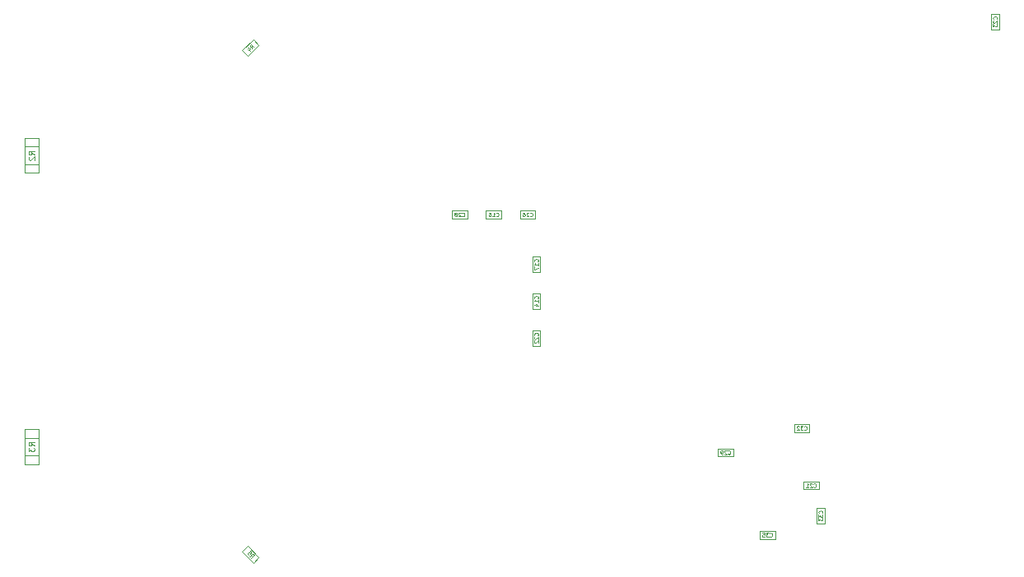
<source format=gbr>
G04 #@! TF.GenerationSoftware,KiCad,Pcbnew,(5.1.9)-1*
G04 #@! TF.CreationDate,2021-04-27T21:59:47-05:00*
G04 #@! TF.ProjectId,high-gain-diff-probe,68696768-2d67-4616-996e-2d646966662d,rev?*
G04 #@! TF.SameCoordinates,Original*
G04 #@! TF.FileFunction,Other,Fab,Bot*
%FSLAX46Y46*%
G04 Gerber Fmt 4.6, Leading zero omitted, Abs format (unit mm)*
G04 Created by KiCad (PCBNEW (5.1.9)-1) date 2021-04-27 21:59:47*
%MOMM*%
%LPD*%
G01*
G04 APERTURE LIST*
%ADD10C,0.120000*%
%ADD11C,0.100000*%
%ADD12C,0.060000*%
G04 APERTURE END LIST*
D10*
X106200000Y-114100000D02*
X107600000Y-114100000D01*
X107600000Y-115900000D02*
X106200000Y-115900000D01*
X107600000Y-116800000D02*
X106200000Y-116800000D01*
X106200000Y-116800000D02*
X106200000Y-113200000D01*
X106200000Y-113200000D02*
X107600000Y-113200000D01*
X107600000Y-113200000D02*
X107600000Y-116800000D01*
X107600000Y-85900000D02*
X106200000Y-85900000D01*
X106200000Y-84100000D02*
X107600000Y-84100000D01*
X106200000Y-83200000D02*
X107600000Y-83200000D01*
X107600000Y-83200000D02*
X107600000Y-86800000D01*
X107600000Y-86800000D02*
X106200000Y-86800000D01*
X106200000Y-86800000D02*
X106200000Y-83200000D01*
D11*
X183350000Y-124500000D02*
X183350000Y-123700000D01*
X183350000Y-123700000D02*
X181750000Y-123700000D01*
X181750000Y-123700000D02*
X181750000Y-124500000D01*
X181750000Y-124500000D02*
X183350000Y-124500000D01*
X188450000Y-121300000D02*
X187650000Y-121300000D01*
X187650000Y-121300000D02*
X187650000Y-122900000D01*
X187650000Y-122900000D02*
X188450000Y-122900000D01*
X188450000Y-122900000D02*
X188450000Y-121300000D01*
X185300000Y-112700000D02*
X185300000Y-113500000D01*
X185300000Y-113500000D02*
X186900000Y-113500000D01*
X186900000Y-113500000D02*
X186900000Y-112700000D01*
X186900000Y-112700000D02*
X185300000Y-112700000D01*
X179050000Y-116000000D02*
X179050000Y-115200000D01*
X179050000Y-115200000D02*
X177450000Y-115200000D01*
X177450000Y-115200000D02*
X177450000Y-116000000D01*
X177450000Y-116000000D02*
X179050000Y-116000000D01*
X150100000Y-90700000D02*
X150100000Y-91500000D01*
X150100000Y-91500000D02*
X151700000Y-91500000D01*
X151700000Y-91500000D02*
X151700000Y-90700000D01*
X151700000Y-90700000D02*
X150100000Y-90700000D01*
X157100000Y-90700000D02*
X157100000Y-91500000D01*
X157100000Y-91500000D02*
X158700000Y-91500000D01*
X158700000Y-91500000D02*
X158700000Y-90700000D01*
X158700000Y-90700000D02*
X157100000Y-90700000D01*
X206400000Y-70400000D02*
X205600000Y-70400000D01*
X205600000Y-70400000D02*
X205600000Y-72000000D01*
X205600000Y-72000000D02*
X206400000Y-72000000D01*
X206400000Y-72000000D02*
X206400000Y-70400000D01*
X158400000Y-104600000D02*
X159200000Y-104600000D01*
X159200000Y-104600000D02*
X159200000Y-103000000D01*
X159200000Y-103000000D02*
X158400000Y-103000000D01*
X158400000Y-103000000D02*
X158400000Y-104600000D01*
X158400000Y-97000000D02*
X159200000Y-97000000D01*
X159200000Y-97000000D02*
X159200000Y-95400000D01*
X159200000Y-95400000D02*
X158400000Y-95400000D01*
X158400000Y-95400000D02*
X158400000Y-97000000D01*
X129674004Y-126957367D02*
X130257367Y-126374004D01*
X130257367Y-126374004D02*
X129125996Y-125242633D01*
X129125996Y-125242633D02*
X128542633Y-125825996D01*
X128542633Y-125825996D02*
X129674004Y-126957367D01*
X130257367Y-73625996D02*
X129674004Y-73042633D01*
X129674004Y-73042633D02*
X128542633Y-74174004D01*
X128542633Y-74174004D02*
X129125996Y-74757367D01*
X129125996Y-74757367D02*
X130257367Y-73625996D01*
X187850000Y-119400000D02*
X187850000Y-118600000D01*
X187850000Y-118600000D02*
X186250000Y-118600000D01*
X186250000Y-118600000D02*
X186250000Y-119400000D01*
X186250000Y-119400000D02*
X187850000Y-119400000D01*
X155200000Y-91500000D02*
X155200000Y-90700000D01*
X155200000Y-90700000D02*
X153600000Y-90700000D01*
X153600000Y-90700000D02*
X153600000Y-91500000D01*
X153600000Y-91500000D02*
X155200000Y-91500000D01*
X159200000Y-99200000D02*
X158400000Y-99200000D01*
X158400000Y-99200000D02*
X158400000Y-100800000D01*
X158400000Y-100800000D02*
X159200000Y-100800000D01*
X159200000Y-100800000D02*
X159200000Y-99200000D01*
D10*
X107171428Y-114900000D02*
X106885714Y-114700000D01*
X107171428Y-114557142D02*
X106571428Y-114557142D01*
X106571428Y-114785714D01*
X106600000Y-114842857D01*
X106628571Y-114871428D01*
X106685714Y-114900000D01*
X106771428Y-114900000D01*
X106828571Y-114871428D01*
X106857142Y-114842857D01*
X106885714Y-114785714D01*
X106885714Y-114557142D01*
X106571428Y-115100000D02*
X106571428Y-115471428D01*
X106800000Y-115271428D01*
X106800000Y-115357142D01*
X106828571Y-115414285D01*
X106857142Y-115442857D01*
X106914285Y-115471428D01*
X107057142Y-115471428D01*
X107114285Y-115442857D01*
X107142857Y-115414285D01*
X107171428Y-115357142D01*
X107171428Y-115185714D01*
X107142857Y-115128571D01*
X107114285Y-115100000D01*
X107171428Y-84900000D02*
X106885714Y-84700000D01*
X107171428Y-84557142D02*
X106571428Y-84557142D01*
X106571428Y-84785714D01*
X106600000Y-84842857D01*
X106628571Y-84871428D01*
X106685714Y-84900000D01*
X106771428Y-84900000D01*
X106828571Y-84871428D01*
X106857142Y-84842857D01*
X106885714Y-84785714D01*
X106885714Y-84557142D01*
X106628571Y-85128571D02*
X106600000Y-85157142D01*
X106571428Y-85214285D01*
X106571428Y-85357142D01*
X106600000Y-85414285D01*
X106628571Y-85442857D01*
X106685714Y-85471428D01*
X106742857Y-85471428D01*
X106828571Y-85442857D01*
X107171428Y-85100000D01*
X107171428Y-85471428D01*
D12*
X182807142Y-124242857D02*
X182826190Y-124261904D01*
X182883333Y-124280952D01*
X182921428Y-124280952D01*
X182978571Y-124261904D01*
X183016666Y-124223809D01*
X183035714Y-124185714D01*
X183054761Y-124109523D01*
X183054761Y-124052380D01*
X183035714Y-123976190D01*
X183016666Y-123938095D01*
X182978571Y-123900000D01*
X182921428Y-123880952D01*
X182883333Y-123880952D01*
X182826190Y-123900000D01*
X182807142Y-123919047D01*
X182673809Y-123880952D02*
X182426190Y-123880952D01*
X182559523Y-124033333D01*
X182502380Y-124033333D01*
X182464285Y-124052380D01*
X182445238Y-124071428D01*
X182426190Y-124109523D01*
X182426190Y-124204761D01*
X182445238Y-124242857D01*
X182464285Y-124261904D01*
X182502380Y-124280952D01*
X182616666Y-124280952D01*
X182654761Y-124261904D01*
X182673809Y-124242857D01*
X182064285Y-123880952D02*
X182254761Y-123880952D01*
X182273809Y-124071428D01*
X182254761Y-124052380D01*
X182216666Y-124033333D01*
X182121428Y-124033333D01*
X182083333Y-124052380D01*
X182064285Y-124071428D01*
X182045238Y-124109523D01*
X182045238Y-124204761D01*
X182064285Y-124242857D01*
X182083333Y-124261904D01*
X182121428Y-124280952D01*
X182216666Y-124280952D01*
X182254761Y-124261904D01*
X182273809Y-124242857D01*
X188192857Y-121842857D02*
X188211904Y-121823809D01*
X188230952Y-121766666D01*
X188230952Y-121728571D01*
X188211904Y-121671428D01*
X188173809Y-121633333D01*
X188135714Y-121614285D01*
X188059523Y-121595238D01*
X188002380Y-121595238D01*
X187926190Y-121614285D01*
X187888095Y-121633333D01*
X187850000Y-121671428D01*
X187830952Y-121728571D01*
X187830952Y-121766666D01*
X187850000Y-121823809D01*
X187869047Y-121842857D01*
X187830952Y-121976190D02*
X187830952Y-122223809D01*
X187983333Y-122090476D01*
X187983333Y-122147619D01*
X188002380Y-122185714D01*
X188021428Y-122204761D01*
X188059523Y-122223809D01*
X188154761Y-122223809D01*
X188192857Y-122204761D01*
X188211904Y-122185714D01*
X188230952Y-122147619D01*
X188230952Y-122033333D01*
X188211904Y-121995238D01*
X188192857Y-121976190D01*
X187830952Y-122357142D02*
X187830952Y-122604761D01*
X187983333Y-122471428D01*
X187983333Y-122528571D01*
X188002380Y-122566666D01*
X188021428Y-122585714D01*
X188059523Y-122604761D01*
X188154761Y-122604761D01*
X188192857Y-122585714D01*
X188211904Y-122566666D01*
X188230952Y-122528571D01*
X188230952Y-122414285D01*
X188211904Y-122376190D01*
X188192857Y-122357142D01*
X186357142Y-113242857D02*
X186376190Y-113261904D01*
X186433333Y-113280952D01*
X186471428Y-113280952D01*
X186528571Y-113261904D01*
X186566666Y-113223809D01*
X186585714Y-113185714D01*
X186604761Y-113109523D01*
X186604761Y-113052380D01*
X186585714Y-112976190D01*
X186566666Y-112938095D01*
X186528571Y-112900000D01*
X186471428Y-112880952D01*
X186433333Y-112880952D01*
X186376190Y-112900000D01*
X186357142Y-112919047D01*
X186223809Y-112880952D02*
X185976190Y-112880952D01*
X186109523Y-113033333D01*
X186052380Y-113033333D01*
X186014285Y-113052380D01*
X185995238Y-113071428D01*
X185976190Y-113109523D01*
X185976190Y-113204761D01*
X185995238Y-113242857D01*
X186014285Y-113261904D01*
X186052380Y-113280952D01*
X186166666Y-113280952D01*
X186204761Y-113261904D01*
X186223809Y-113242857D01*
X185823809Y-112919047D02*
X185804761Y-112900000D01*
X185766666Y-112880952D01*
X185671428Y-112880952D01*
X185633333Y-112900000D01*
X185614285Y-112919047D01*
X185595238Y-112957142D01*
X185595238Y-112995238D01*
X185614285Y-113052380D01*
X185842857Y-113280952D01*
X185595238Y-113280952D01*
X178507142Y-115742857D02*
X178526190Y-115761904D01*
X178583333Y-115780952D01*
X178621428Y-115780952D01*
X178678571Y-115761904D01*
X178716666Y-115723809D01*
X178735714Y-115685714D01*
X178754761Y-115609523D01*
X178754761Y-115552380D01*
X178735714Y-115476190D01*
X178716666Y-115438095D01*
X178678571Y-115400000D01*
X178621428Y-115380952D01*
X178583333Y-115380952D01*
X178526190Y-115400000D01*
X178507142Y-115419047D01*
X178354761Y-115419047D02*
X178335714Y-115400000D01*
X178297619Y-115380952D01*
X178202380Y-115380952D01*
X178164285Y-115400000D01*
X178145238Y-115419047D01*
X178126190Y-115457142D01*
X178126190Y-115495238D01*
X178145238Y-115552380D01*
X178373809Y-115780952D01*
X178126190Y-115780952D01*
X177935714Y-115780952D02*
X177859523Y-115780952D01*
X177821428Y-115761904D01*
X177802380Y-115742857D01*
X177764285Y-115685714D01*
X177745238Y-115609523D01*
X177745238Y-115457142D01*
X177764285Y-115419047D01*
X177783333Y-115400000D01*
X177821428Y-115380952D01*
X177897619Y-115380952D01*
X177935714Y-115400000D01*
X177954761Y-115419047D01*
X177973809Y-115457142D01*
X177973809Y-115552380D01*
X177954761Y-115590476D01*
X177935714Y-115609523D01*
X177897619Y-115628571D01*
X177821428Y-115628571D01*
X177783333Y-115609523D01*
X177764285Y-115590476D01*
X177745238Y-115552380D01*
X151157142Y-91242857D02*
X151176190Y-91261904D01*
X151233333Y-91280952D01*
X151271428Y-91280952D01*
X151328571Y-91261904D01*
X151366666Y-91223809D01*
X151385714Y-91185714D01*
X151404761Y-91109523D01*
X151404761Y-91052380D01*
X151385714Y-90976190D01*
X151366666Y-90938095D01*
X151328571Y-90900000D01*
X151271428Y-90880952D01*
X151233333Y-90880952D01*
X151176190Y-90900000D01*
X151157142Y-90919047D01*
X151004761Y-90919047D02*
X150985714Y-90900000D01*
X150947619Y-90880952D01*
X150852380Y-90880952D01*
X150814285Y-90900000D01*
X150795238Y-90919047D01*
X150776190Y-90957142D01*
X150776190Y-90995238D01*
X150795238Y-91052380D01*
X151023809Y-91280952D01*
X150776190Y-91280952D01*
X150547619Y-91052380D02*
X150585714Y-91033333D01*
X150604761Y-91014285D01*
X150623809Y-90976190D01*
X150623809Y-90957142D01*
X150604761Y-90919047D01*
X150585714Y-90900000D01*
X150547619Y-90880952D01*
X150471428Y-90880952D01*
X150433333Y-90900000D01*
X150414285Y-90919047D01*
X150395238Y-90957142D01*
X150395238Y-90976190D01*
X150414285Y-91014285D01*
X150433333Y-91033333D01*
X150471428Y-91052380D01*
X150547619Y-91052380D01*
X150585714Y-91071428D01*
X150604761Y-91090476D01*
X150623809Y-91128571D01*
X150623809Y-91204761D01*
X150604761Y-91242857D01*
X150585714Y-91261904D01*
X150547619Y-91280952D01*
X150471428Y-91280952D01*
X150433333Y-91261904D01*
X150414285Y-91242857D01*
X150395238Y-91204761D01*
X150395238Y-91128571D01*
X150414285Y-91090476D01*
X150433333Y-91071428D01*
X150471428Y-91052380D01*
X158157142Y-91242857D02*
X158176190Y-91261904D01*
X158233333Y-91280952D01*
X158271428Y-91280952D01*
X158328571Y-91261904D01*
X158366666Y-91223809D01*
X158385714Y-91185714D01*
X158404761Y-91109523D01*
X158404761Y-91052380D01*
X158385714Y-90976190D01*
X158366666Y-90938095D01*
X158328571Y-90900000D01*
X158271428Y-90880952D01*
X158233333Y-90880952D01*
X158176190Y-90900000D01*
X158157142Y-90919047D01*
X158004761Y-90919047D02*
X157985714Y-90900000D01*
X157947619Y-90880952D01*
X157852380Y-90880952D01*
X157814285Y-90900000D01*
X157795238Y-90919047D01*
X157776190Y-90957142D01*
X157776190Y-90995238D01*
X157795238Y-91052380D01*
X158023809Y-91280952D01*
X157776190Y-91280952D01*
X157433333Y-90880952D02*
X157509523Y-90880952D01*
X157547619Y-90900000D01*
X157566666Y-90919047D01*
X157604761Y-90976190D01*
X157623809Y-91052380D01*
X157623809Y-91204761D01*
X157604761Y-91242857D01*
X157585714Y-91261904D01*
X157547619Y-91280952D01*
X157471428Y-91280952D01*
X157433333Y-91261904D01*
X157414285Y-91242857D01*
X157395238Y-91204761D01*
X157395238Y-91109523D01*
X157414285Y-91071428D01*
X157433333Y-91052380D01*
X157471428Y-91033333D01*
X157547619Y-91033333D01*
X157585714Y-91052380D01*
X157604761Y-91071428D01*
X157623809Y-91109523D01*
X206142857Y-70942857D02*
X206161904Y-70923809D01*
X206180952Y-70866666D01*
X206180952Y-70828571D01*
X206161904Y-70771428D01*
X206123809Y-70733333D01*
X206085714Y-70714285D01*
X206009523Y-70695238D01*
X205952380Y-70695238D01*
X205876190Y-70714285D01*
X205838095Y-70733333D01*
X205800000Y-70771428D01*
X205780952Y-70828571D01*
X205780952Y-70866666D01*
X205800000Y-70923809D01*
X205819047Y-70942857D01*
X205819047Y-71095238D02*
X205800000Y-71114285D01*
X205780952Y-71152380D01*
X205780952Y-71247619D01*
X205800000Y-71285714D01*
X205819047Y-71304761D01*
X205857142Y-71323809D01*
X205895238Y-71323809D01*
X205952380Y-71304761D01*
X206180952Y-71076190D01*
X206180952Y-71323809D01*
X205780952Y-71457142D02*
X205780952Y-71704761D01*
X205933333Y-71571428D01*
X205933333Y-71628571D01*
X205952380Y-71666666D01*
X205971428Y-71685714D01*
X206009523Y-71704761D01*
X206104761Y-71704761D01*
X206142857Y-71685714D01*
X206161904Y-71666666D01*
X206180952Y-71628571D01*
X206180952Y-71514285D01*
X206161904Y-71476190D01*
X206142857Y-71457142D01*
X158942857Y-103542857D02*
X158961904Y-103523809D01*
X158980952Y-103466666D01*
X158980952Y-103428571D01*
X158961904Y-103371428D01*
X158923809Y-103333333D01*
X158885714Y-103314285D01*
X158809523Y-103295238D01*
X158752380Y-103295238D01*
X158676190Y-103314285D01*
X158638095Y-103333333D01*
X158600000Y-103371428D01*
X158580952Y-103428571D01*
X158580952Y-103466666D01*
X158600000Y-103523809D01*
X158619047Y-103542857D01*
X158619047Y-103695238D02*
X158600000Y-103714285D01*
X158580952Y-103752380D01*
X158580952Y-103847619D01*
X158600000Y-103885714D01*
X158619047Y-103904761D01*
X158657142Y-103923809D01*
X158695238Y-103923809D01*
X158752380Y-103904761D01*
X158980952Y-103676190D01*
X158980952Y-103923809D01*
X158619047Y-104076190D02*
X158600000Y-104095238D01*
X158580952Y-104133333D01*
X158580952Y-104228571D01*
X158600000Y-104266666D01*
X158619047Y-104285714D01*
X158657142Y-104304761D01*
X158695238Y-104304761D01*
X158752380Y-104285714D01*
X158980952Y-104057142D01*
X158980952Y-104304761D01*
X158942857Y-95942857D02*
X158961904Y-95923809D01*
X158980952Y-95866666D01*
X158980952Y-95828571D01*
X158961904Y-95771428D01*
X158923809Y-95733333D01*
X158885714Y-95714285D01*
X158809523Y-95695238D01*
X158752380Y-95695238D01*
X158676190Y-95714285D01*
X158638095Y-95733333D01*
X158600000Y-95771428D01*
X158580952Y-95828571D01*
X158580952Y-95866666D01*
X158600000Y-95923809D01*
X158619047Y-95942857D01*
X158980952Y-96323809D02*
X158980952Y-96095238D01*
X158980952Y-96209523D02*
X158580952Y-96209523D01*
X158638095Y-96171428D01*
X158676190Y-96133333D01*
X158695238Y-96095238D01*
X158580952Y-96457142D02*
X158580952Y-96723809D01*
X158980952Y-96552380D01*
X129319187Y-126275093D02*
X129548155Y-126234687D01*
X129480812Y-126436717D02*
X129763654Y-126153874D01*
X129655905Y-126046125D01*
X129615499Y-126032656D01*
X129588561Y-126032656D01*
X129548155Y-126046125D01*
X129507749Y-126086531D01*
X129494280Y-126126937D01*
X129494280Y-126153874D01*
X129507749Y-126194280D01*
X129615499Y-126302030D01*
X129346125Y-125736345D02*
X129480812Y-125871032D01*
X129359593Y-126019187D01*
X129359593Y-125992250D01*
X129346125Y-125951844D01*
X129278781Y-125884500D01*
X129238375Y-125871032D01*
X129211438Y-125871032D01*
X129171032Y-125884500D01*
X129103688Y-125951844D01*
X129090219Y-125992250D01*
X129090219Y-126019187D01*
X129103688Y-126059593D01*
X129171032Y-126126937D01*
X129211438Y-126140406D01*
X129238375Y-126140406D01*
X129575093Y-73980812D02*
X129534687Y-73751844D01*
X129736717Y-73819187D02*
X129453874Y-73536345D01*
X129346125Y-73644094D01*
X129332656Y-73684500D01*
X129332656Y-73711438D01*
X129346125Y-73751844D01*
X129386531Y-73792250D01*
X129426937Y-73805719D01*
X129453874Y-73805719D01*
X129494280Y-73792250D01*
X129602030Y-73684500D01*
X129144094Y-74034687D02*
X129332656Y-74223248D01*
X129103688Y-73859593D02*
X129373062Y-73994280D01*
X129197969Y-74169374D01*
X187307142Y-119142857D02*
X187326190Y-119161904D01*
X187383333Y-119180952D01*
X187421428Y-119180952D01*
X187478571Y-119161904D01*
X187516666Y-119123809D01*
X187535714Y-119085714D01*
X187554761Y-119009523D01*
X187554761Y-118952380D01*
X187535714Y-118876190D01*
X187516666Y-118838095D01*
X187478571Y-118800000D01*
X187421428Y-118780952D01*
X187383333Y-118780952D01*
X187326190Y-118800000D01*
X187307142Y-118819047D01*
X187154761Y-118819047D02*
X187135714Y-118800000D01*
X187097619Y-118780952D01*
X187002380Y-118780952D01*
X186964285Y-118800000D01*
X186945238Y-118819047D01*
X186926190Y-118857142D01*
X186926190Y-118895238D01*
X186945238Y-118952380D01*
X187173809Y-119180952D01*
X186926190Y-119180952D01*
X186545238Y-119180952D02*
X186773809Y-119180952D01*
X186659523Y-119180952D02*
X186659523Y-118780952D01*
X186697619Y-118838095D01*
X186735714Y-118876190D01*
X186773809Y-118895238D01*
X154657142Y-91242857D02*
X154676190Y-91261904D01*
X154733333Y-91280952D01*
X154771428Y-91280952D01*
X154828571Y-91261904D01*
X154866666Y-91223809D01*
X154885714Y-91185714D01*
X154904761Y-91109523D01*
X154904761Y-91052380D01*
X154885714Y-90976190D01*
X154866666Y-90938095D01*
X154828571Y-90900000D01*
X154771428Y-90880952D01*
X154733333Y-90880952D01*
X154676190Y-90900000D01*
X154657142Y-90919047D01*
X154276190Y-91280952D02*
X154504761Y-91280952D01*
X154390476Y-91280952D02*
X154390476Y-90880952D01*
X154428571Y-90938095D01*
X154466666Y-90976190D01*
X154504761Y-90995238D01*
X153933333Y-90880952D02*
X154009523Y-90880952D01*
X154047619Y-90900000D01*
X154066666Y-90919047D01*
X154104761Y-90976190D01*
X154123809Y-91052380D01*
X154123809Y-91204761D01*
X154104761Y-91242857D01*
X154085714Y-91261904D01*
X154047619Y-91280952D01*
X153971428Y-91280952D01*
X153933333Y-91261904D01*
X153914285Y-91242857D01*
X153895238Y-91204761D01*
X153895238Y-91109523D01*
X153914285Y-91071428D01*
X153933333Y-91052380D01*
X153971428Y-91033333D01*
X154047619Y-91033333D01*
X154085714Y-91052380D01*
X154104761Y-91071428D01*
X154123809Y-91109523D01*
X158942857Y-99742857D02*
X158961904Y-99723809D01*
X158980952Y-99666666D01*
X158980952Y-99628571D01*
X158961904Y-99571428D01*
X158923809Y-99533333D01*
X158885714Y-99514285D01*
X158809523Y-99495238D01*
X158752380Y-99495238D01*
X158676190Y-99514285D01*
X158638095Y-99533333D01*
X158600000Y-99571428D01*
X158580952Y-99628571D01*
X158580952Y-99666666D01*
X158600000Y-99723809D01*
X158619047Y-99742857D01*
X158980952Y-100123809D02*
X158980952Y-99895238D01*
X158980952Y-100009523D02*
X158580952Y-100009523D01*
X158638095Y-99971428D01*
X158676190Y-99933333D01*
X158695238Y-99895238D01*
X158714285Y-100466666D02*
X158980952Y-100466666D01*
X158561904Y-100371428D02*
X158847619Y-100276190D01*
X158847619Y-100523809D01*
M02*

</source>
